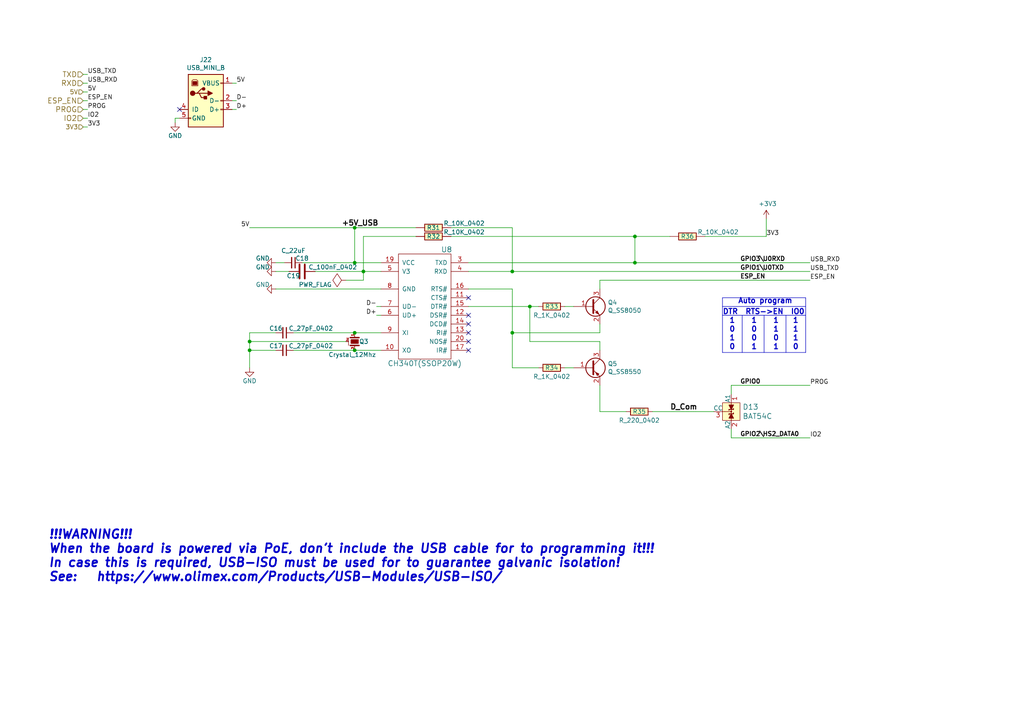
<source format=kicad_sch>
(kicad_sch (version 20230121) (generator eeschema)
  (paper "A4")
  (lib_symbols
    (symbol "ESP32-PoE_Rev_E:+3.3V" (power) (pin_names (offset 0))
      (property "Value" "+3.3V" (at 0 3.556 0))
      (symbol "+3.3V_0_1"
        (polyline (pts (xy -0.762 1.27) (xy 0 2.54)))
        (polyline (pts (xy 0 0) (xy 0 2.54)))
        (polyline (pts (xy 0 2.54) (xy 0.762 1.27)))
      )
      (symbol "+3.3V_1_1"
        (pin power_in line (at 0 0 90) (length 0) hide (name "+3V3") (number "1"))
      )
    )
    (symbol "ESP32-PoE_Rev_E:PWR_FLAG" (power) (pin_numbers hide) (pin_names (offset 0) hide)
      (property "Value" "PWR_FLAG" (at 0 4.572 0))
      (symbol "PWR_FLAG_0_0"
        (pin power_out line (at 0 0 90) (length 0) (name "pwr") (number "1"))
      )
      (symbol "PWR_FLAG_0_1"
        (polyline (pts (xy 0 0) (xy 0 1.27) (xy -1.905 2.54) (xy 0 3.81) (xy 1.905 2.54) (xy 0 1.27)))
      )
    )
    (symbol "Open_Automation:BAT54C" (pin_names (offset 0))
      (property "Reference" "D" (at 0 6.35 0))
      (property "Value" "BAT54C" (at 0 3.81 0))
      (symbol "BAT54C_0_1"
        (polyline (pts (xy -2.54 0) (xy 2.54 0)))
        (polyline (pts (xy -0.889 0.635) (xy -0.635 0.635)) (stroke (width 0.254)))
        (polyline (pts (xy -0.635 -0.635) (xy -0.381 -0.635)) (stroke (width 0.254)))
        (polyline (pts (xy -0.635 0.635) (xy -0.635 -0.635)) (stroke (width 0.254)))
        (polyline (pts (xy 0 -1.905) (xy 0 -2.54)))
        (polyline (pts (xy 0 0) (xy 0 -1.905)))
        (polyline (pts (xy 0.381 0.635) (xy 0.635 0.635)) (stroke (width 0.254)))
        (polyline (pts (xy 0.635 -0.635) (xy 0.889 -0.635)) (stroke (width 0.254)))
        (polyline (pts (xy 0.635 0.635) (xy 0.635 -0.635)) (stroke (width 0.254)))
        (polyline (pts (xy -1.905 0.635) (xy -1.905 -0.635) (xy -0.635 0) (xy -1.905 0.635)) (stroke (width 0.254)) (fill (type outline)))
        (polyline (pts (xy 1.905 0.635) (xy 1.905 -0.635) (xy 0.635 0) (xy 1.905 0.635)) (stroke (width 0.254)) (fill (type outline)))
        (polyline (pts (xy -2.54 2.54) (xy 2.54 2.54) (xy 2.54 -2.54) (xy -2.54 -2.54) (xy -2.54 2.54)) (fill (type background)))
        (circle (center 0 0) (radius 0.127) (stroke (width 0.254)))
      )
      (symbol "BAT54C_1_1"
        (pin passive line (at -5.08 0 0) (length 2.54) (name "A1") (number "1"))
        (pin passive line (at 5.08 0 180) (length 2.54) (name "A2") (number "2"))
        (pin passive line (at 0 -5.08 90) (length 2.54) (name "CC") (number "3"))
      )
    )
    (symbol "Open_Automation:CH340T(SSOP20W)" (pin_names (offset 1.016))
      (property "Reference" "U10" (at 6.35 16.51 0))
      (property "Value" "CH340T(SSOP20W)" (at 0 -16.51 0))
      (symbol "CH340T(SSOP20W)_0_1"
        (rectangle (start -7.62 15.24) (end 7.62 -15.24))
      )
      (symbol "CH340T(SSOP20W)_1_1"
        (pin no_connect line (at -2.54 25.4 0) (length 3.81) hide (name "") (number "1"))
        (pin output line (at -12.7 -12.7 0) (length 5.08) (name "XO") (number "10"))
        (pin input line (at 12.7 2.54 180) (length 5.08) (name "CTS#") (number "11"))
        (pin input line (at 12.7 -2.54 180) (length 5.08) (name "DSR#") (number "12"))
        (pin input line (at 12.7 -7.62 180) (length 5.08) (name "RI#") (number "13"))
        (pin input line (at 12.7 -5.08 180) (length 5.08) (name "DCD#") (number "14"))
        (pin output line (at 12.7 0 180) (length 5.08) (name "DTR#") (number "15"))
        (pin output line (at 12.7 5.08 180) (length 5.08) (name "RTS#") (number "16"))
        (pin input line (at 12.7 -12.7 180) (length 5.08) (name "IR#") (number "17"))
        (pin no_connect line (at -2.54 20.32 0) (length 3.81) hide (name "") (number "18"))
        (pin power_in line (at -12.7 12.7 0) (length 5.08) (name "VCC") (number "19"))
        (pin no_connect line (at -2.54 22.86 0) (length 3.81) hide (name "") (number "2"))
        (pin input line (at 12.7 -10.16 180) (length 5.08) (name "NOS#") (number "20"))
        (pin output line (at 12.7 12.7 180) (length 5.08) (name "TXD") (number "3"))
        (pin input line (at 12.7 10.16 180) (length 5.08) (name "RXD") (number "4"))
        (pin power_in line (at -12.7 10.16 0) (length 5.08) (name "V3") (number "5"))
        (pin bidirectional line (at -12.7 -2.54 0) (length 5.08) (name "UD+") (number "6"))
        (pin bidirectional line (at -12.7 0 0) (length 5.08) (name "UD-") (number "7"))
        (pin power_in line (at -12.7 5.08 0) (length 5.08) (name "GND") (number "8"))
        (pin input line (at -12.7 -7.62 0) (length 5.08) (name "XI") (number "9"))
      )
    )
    (symbol "Open_Automation:C_100nF_0402" (pin_numbers hide) (pin_names (offset 0.254))
      (property "Reference" "C" (at 0.635 2.54 0))
      (property "Value" "C_100nF_0402" (at -5.715 -2.54 0))
      (symbol "C_100nF_0402_0_1"
        (polyline (pts (xy -2.032 -0.762) (xy 2.032 -0.762)) (stroke (width 0.508)))
        (polyline (pts (xy -2.032 0.762) (xy 2.032 0.762)) (stroke (width 0.508)))
      )
      (symbol "C_100nF_0402_1_1"
        (pin passive line (at 0 3.81 270) (length 2.794) (name "~") (number "1"))
        (pin passive line (at 0 -3.81 90) (length 2.794) (name "~") (number "2"))
      )
    )
    (symbol "Open_Automation:C_22uF" (pin_numbers hide) (pin_names (offset 0.254) hide)
      (property "Reference" "C" (at 0.254 1.778 0))
      (property "Value" "C_22uF" (at 0.254 -2.032 0))
      (symbol "C_22uF_0_1"
        (polyline (pts (xy -1.524 -0.508) (xy 1.524 -0.508)) (stroke (width 0.3302)))
        (polyline (pts (xy -1.524 0.508) (xy 1.524 0.508)) (stroke (width 0.3048)))
      )
      (symbol "C_22uF_1_1"
        (pin passive line (at 0 2.54 270) (length 1.905) (name "~") (number "1"))
        (pin passive line (at 0 -2.54 90) (length 2.032) (name "~") (number "2"))
      )
    )
    (symbol "Open_Automation:C_27pF_0402" (pin_numbers hide) (pin_names (offset 0.254) hide)
      (property "Reference" "C" (at 0.254 1.778 0))
      (property "Value" "C_27pF_0402" (at 0.254 -2.032 0))
      (symbol "C_27pF_0402_0_1"
        (polyline (pts (xy -1.524 -0.508) (xy 1.524 -0.508)) (stroke (width 0.3302)))
        (polyline (pts (xy -1.524 0.508) (xy 1.524 0.508)) (stroke (width 0.3048)))
      )
      (symbol "C_27pF_0402_1_1"
        (pin passive line (at 0 2.54 270) (length 1.905) (name "~") (number "1"))
        (pin passive line (at 0 -2.54 90) (length 2.032) (name "~") (number "2"))
      )
    )
    (symbol "Open_Automation:Crystal_12Mhz" (pin_names (offset 1.016) hide)
      (property "Reference" "Q" (at 0 2.286 0))
      (property "Value" "Crystal_12Mhz" (at 7.62 -3.81 0))
      (symbol "Crystal_12Mhz_0_1"
        (polyline (pts (xy -1.143 -1.778) (xy 1.143 -1.778)))
        (polyline (pts (xy -1.143 1.27) (xy -1.143 -1.27)) (stroke (width 0.4064)))
        (polyline (pts (xy 1.143 1.27) (xy 1.143 -1.27)) (stroke (width 0.4064)))
        (polyline (pts (xy -0.508 1.016) (xy 0.508 1.016) (xy 0.508 -1.016) (xy -0.508 -1.016) (xy -0.508 1.016)) (stroke (width 0.3048)) (fill (type outline)))
      )
      (symbol "Crystal_12Mhz_1_1"
        (pin passive line (at -2.54 0 0) (length 1.27) (name "1") (number "1"))
        (pin passive line (at 0 -2.54 90) (length 0.762) (name "case") (number "2"))
        (pin passive line (at 2.54 0 180) (length 1.27) (name "3") (number "3"))
        (pin passive line (at 0 -2.54 90) (length 0.762) hide (name "case") (number "4"))
      )
    )
    (symbol "Open_Automation:Q_SS8050" (pin_names (offset 0) hide)
      (property "Reference" "Q" (at 7.62 1.27 0))
      (property "Value" "Q_SS8050" (at 15.24 -1.27 0))
      (symbol "Q_SS8050_0_1"
        (polyline (pts (xy 0.635 0.635) (xy 2.54 2.54)))
        (polyline (pts (xy 0.635 -0.635) (xy 2.54 -2.54) (xy 2.54 -2.54)))
        (polyline (pts (xy 0.635 1.905) (xy 0.635 -1.905) (xy 0.635 -1.905)) (stroke (width 0.508)))
        (polyline (pts (xy 1.27 -1.778) (xy 1.778 -1.27) (xy 2.286 -2.286) (xy 1.27 -1.778) (xy 1.27 -1.778)) (fill (type outline)))
        (circle (center 1.27 0) (radius 2.8194) (stroke (width 0.254)))
      )
      (symbol "Q_SS8050_1_1"
        (pin passive line (at -5.08 0 0) (length 5.715) (name "B") (number "1"))
        (pin passive line (at 2.54 -5.08 90) (length 2.54) (name "E") (number "2"))
        (pin passive line (at 2.54 5.08 270) (length 2.54) (name "C") (number "3"))
      )
    )
    (symbol "Open_Automation:Q_SS8550" (pin_names (offset 0) hide)
      (property "Reference" "Q" (at 5.08 1.905 0))
      (property "Value" "Q_SS8550" (at 5.08 0 0))
      (symbol "Q_SS8550_0_1"
        (polyline (pts (xy 0 0) (xy 0.635 0)))
        (polyline (pts (xy 0.635 0.635) (xy 2.54 2.54)))
        (polyline (pts (xy 2.54 -2.54) (xy 0.635 -0.635)))
        (polyline (pts (xy 0.635 1.905) (xy 0.635 0) (xy 0.635 -1.905) (xy 0.635 -1.905)) (stroke (width 0.508)))
        (polyline (pts (xy 1.27 -1.27) (xy 1.778 -2.286) (xy 2.286 -1.778) (xy 1.27 -1.27) (xy 1.27 -1.27)) (fill (type outline)))
        (circle (center 1.27 0) (radius 2.8194) (stroke (width 0.254)))
      )
      (symbol "Q_SS8550_1_1"
        (pin input line (at -5.08 0 0) (length 5.08) (name "B") (number "1"))
        (pin passive line (at 2.54 -5.08 90) (length 2.54) (name "E") (number "2"))
        (pin passive line (at 2.54 5.08 270) (length 2.54) (name "C") (number "3"))
      )
    )
    (symbol "Open_Automation:R_10K_0402" (pin_numbers hide) (pin_names (offset 0))
      (property "Reference" "R" (at 0 0 90))
      (property "Value" "R_10K_0402" (at -1.905 0 90))
      (symbol "R_10K_0402_0_1"
        (rectangle (start -1.016 -2.54) (end 1.016 2.54) (stroke (width 0.254)) (fill (type background)))
      )
      (symbol "R_10K_0402_1_1"
        (pin passive line (at 0 -5.08 90) (length 2.54) (name "~") (number "1"))
        (pin passive line (at 0 5.08 270) (length 2.54) (name "~") (number "2"))
      )
    )
    (symbol "Open_Automation:R_1K_0402" (pin_numbers hide) (pin_names (offset 0))
      (property "Reference" "R" (at 0 0 90))
      (property "Value" "R_1K_0402" (at -1.905 0 90))
      (symbol "R_1K_0402_0_1"
        (rectangle (start -1.016 -2.54) (end 1.016 2.54) (stroke (width 0.254)) (fill (type background)))
      )
      (symbol "R_1K_0402_1_1"
        (pin passive line (at 0 3.81 270) (length 1.27) (name "~") (number "1"))
        (pin passive line (at 0 -3.81 90) (length 1.27) (name "~") (number "2"))
      )
    )
    (symbol "Open_Automation:R_220_0402" (pin_numbers hide) (pin_names (offset 0))
      (property "Reference" "R" (at 0 0 90))
      (property "Value" "R_220_0402" (at -1.905 0 90))
      (symbol "R_220_0402_0_1"
        (rectangle (start -1.016 -2.54) (end 1.016 2.54) (stroke (width 0.254)) (fill (type background)))
      )
      (symbol "R_220_0402_1_1"
        (pin passive line (at 0 3.81 270) (length 1.27) (name "~") (number "1"))
        (pin passive line (at 0 -3.81 90) (length 1.27) (name "~") (number "2"))
      )
    )
    (symbol "Open_Automation:USB_MINI_B" (pin_names (offset 1.016))
      (property "Reference" "J" (at 2.54 8.89 0))
      (property "Value" "USB_MINI_B" (at -5.08 -8.89 0))
      (symbol "USB_MINI_B_0_1"
        (rectangle (start -5.08 -7.62) (end 5.08 7.62) (stroke (width 0.254)) (fill (type background)))
        (rectangle (start -5.08 -4.953) (end -4.318 -5.207))
        (circle (center -3.81 2.159) (radius 0.635) (stroke (width 0.254)) (fill (type outline)))
        (rectangle (start -3.81 5.588) (end -2.54 4.572) (fill (type outline)))
        (circle (center -0.635 3.429) (radius 0.381) (stroke (width 0.254)) (fill (type outline)))
        (polyline (pts (xy -1.905 2.159) (xy 0.635 2.159)) (stroke (width 0.254)))
        (polyline (pts (xy -3.175 2.159) (xy -2.54 2.159) (xy -1.27 3.429) (xy -0.635 3.429)) (stroke (width 0.254)))
        (polyline (pts (xy -2.54 2.159) (xy -1.905 2.159) (xy -1.27 0.889) (xy 0 0.889)) (stroke (width 0.254)))
        (polyline (pts (xy 0.635 2.794) (xy 0.635 1.524) (xy 1.905 2.159) (xy 0.635 2.794)) (stroke (width 0.254)) (fill (type outline)))
        (polyline (pts (xy -4.064 4.318) (xy -2.286 4.318) (xy -2.286 5.715) (xy -2.667 6.096) (xy -3.683 6.096) (xy -4.064 5.715) (xy -4.064 4.318)))
        (rectangle (start 0.254 1.27) (end -0.508 0.508) (stroke (width 0.254)) (fill (type outline)))
        (rectangle (start 5.08 -2.667) (end 4.318 -2.413))
        (rectangle (start 5.08 -0.127) (end 4.318 0.127))
        (rectangle (start 5.08 4.953) (end 4.318 5.207))
      )
      (symbol "USB_MINI_B_1_1"
        (pin power_out line (at 7.62 5.08 180) (length 2.54) (name "VBUS") (number "1"))
        (pin passive line (at 7.62 0 180) (length 2.54) (name "D-") (number "2"))
        (pin passive line (at 7.62 -2.54 180) (length 2.54) (name "D+") (number "3"))
        (pin passive line (at -7.62 -2.54 0) (length 2.54) (name "ID") (number "4"))
        (pin power_out line (at -7.62 -5.08 0) (length 2.54) (name "GND") (number "5"))
      )
    )
    (symbol "R_1K_0402_1" (pin_numbers hide) (pin_names (offset 0))
      (property "Reference" "R" (at 0 0 90))
      (property "Value" "R_1K_0402_1" (at -1.905 0 90))
      (symbol "R_1K_0402_1_0_1"
        (rectangle (start -1.016 -2.54) (end 1.016 2.54) (stroke (width 0.254)) (fill (type background)))
      )
      (symbol "R_1K_0402_1_1_1"
        (pin passive line (at 0 3.81 270) (length 1.27) (name "~") (number "1"))
        (pin passive line (at 0 -3.81 90) (length 1.27) (name "~") (number "2"))
      )
    )
    (symbol "power:GND" (power) (pin_names (offset 0))
      (property "Value" "GND" (at 0 -3.81 0))
      (symbol "GND_0_1"
        (polyline (pts (xy 0 0) (xy 0 -1.27) (xy 1.27 -1.27) (xy 0 -2.54) (xy -1.27 -1.27) (xy 0 -1.27)))
      )
      (symbol "GND_1_1"
        (pin power_in line (at 0 0 270) (length 0) hide (name "GND") (number "1"))
      )
    )
  )
  (junction (at 102.87 96.52))
  (junction (at 148.59 78.74))
  (junction (at 72.39 101.6))
  (junction (at 102.87 76.2))
  (junction (at 105.41 78.74))
  (junction (at 184.15 76.2))
  (junction (at 102.87 66.04))
  (junction (at 148.59 96.52))
  (junction (at 153.67 88.9))
  (junction (at 184.15 68.58))
  (junction (at 102.87 101.6))
  (junction (at 72.39 99.06))
  (no_connect (at 135.89 91.44))
  (no_connect (at 52.07 31.75))
  (no_connect (at 135.89 86.36))
  (no_connect (at 135.89 93.98))
  (no_connect (at 135.89 99.06))
  (no_connect (at 135.89 101.6))
  (no_connect (at 135.89 96.52))
  (wire (pts (xy 153.67 88.9) (xy 156.21 88.9)))
  (wire (pts (xy 148.59 66.04) (xy 148.59 78.74)))
  (wire (pts (xy 85.09 101.6) (xy 102.87 101.6)))
  (polyline (pts (xy 233.68 102.235) (xy 209.55 102.235)))
  (wire (pts (xy 102.87 96.52) (xy 110.49 96.52)))
  (wire (pts (xy 153.67 99.06) (xy 153.67 88.9)))
  (wire (pts (xy 173.99 99.06) (xy 153.67 99.06)))
  (wire (pts (xy 102.87 101.6) (xy 110.49 101.6)))
  (wire (pts (xy 25.4 34.29) (xy 24.13 34.29)))
  (wire (pts (xy 212.09 111.76) (xy 212.09 114.3)))
  (wire (pts (xy 120.65 66.04) (xy 102.87 66.04)))
  (wire (pts (xy 68.58 29.21) (xy 67.31 29.21)))
  (wire (pts (xy 24.13 36.83) (xy 25.4 36.83)))
  (wire (pts (xy 130.81 66.04) (xy 148.59 66.04)))
  (wire (pts (xy 102.87 66.04) (xy 102.87 76.2)))
  (wire (pts (xy 80.01 78.74) (xy 83.82 78.74)))
  (wire (pts (xy 25.4 21.59) (xy 24.13 21.59)))
  (wire (pts (xy 50.8 35.56) (xy 50.8 34.29)))
  (wire (pts (xy 135.89 83.82) (xy 148.59 83.82)))
  (wire (pts (xy 72.39 96.52) (xy 72.39 99.06)))
  (wire (pts (xy 212.09 111.76) (xy 234.95 111.76)))
  (wire (pts (xy 148.59 106.68) (xy 156.21 106.68)))
  (wire (pts (xy 109.22 88.9) (xy 110.49 88.9)))
  (wire (pts (xy 72.39 66.04) (xy 102.87 66.04)))
  (wire (pts (xy 148.59 96.52) (xy 148.59 106.68)))
  (wire (pts (xy 120.65 68.58) (xy 105.41 68.58)))
  (wire (pts (xy 194.31 68.58) (xy 184.15 68.58)))
  (wire (pts (xy 50.8 34.29) (xy 52.07 34.29)))
  (wire (pts (xy 148.59 83.82) (xy 148.59 96.52)))
  (wire (pts (xy 68.58 24.13) (xy 67.31 24.13)))
  (polyline (pts (xy 221.615 91.44) (xy 221.615 102.235)))
  (polyline (pts (xy 233.68 86.36) (xy 233.68 102.235)))
  (wire (pts (xy 109.22 91.44) (xy 110.49 91.44)))
  (wire (pts (xy 173.99 111.76) (xy 173.99 119.38)))
  (wire (pts (xy 80.01 83.82) (xy 110.49 83.82)))
  (wire (pts (xy 82.55 76.2) (xy 80.01 76.2)))
  (polyline (pts (xy 209.55 91.44) (xy 233.68 91.44)))
  (wire (pts (xy 100.33 99.06) (xy 72.39 99.06)))
  (wire (pts (xy 212.09 127) (xy 234.95 127)))
  (wire (pts (xy 173.99 93.98) (xy 173.99 96.52)))
  (polyline (pts (xy 209.55 88.9) (xy 233.68 88.9)))
  (wire (pts (xy 72.39 99.06) (xy 72.39 101.6)))
  (wire (pts (xy 105.41 81.28) (xy 105.41 78.74)))
  (polyline (pts (xy 215.265 91.44) (xy 215.265 102.235)))
  (wire (pts (xy 222.25 63.5) (xy 222.25 68.58)))
  (wire (pts (xy 105.41 68.58) (xy 105.41 78.74)))
  (wire (pts (xy 25.4 29.21) (xy 24.13 29.21)))
  (wire (pts (xy 25.4 31.75) (xy 24.13 31.75)))
  (wire (pts (xy 148.59 78.74) (xy 234.95 78.74)))
  (polyline (pts (xy 227.965 91.44) (xy 227.965 102.235)))
  (wire (pts (xy 212.09 124.46) (xy 212.09 127)))
  (wire (pts (xy 189.23 119.38) (xy 207.01 119.38)))
  (wire (pts (xy 87.63 76.2) (xy 102.87 76.2)))
  (wire (pts (xy 181.61 119.38) (xy 173.99 119.38)))
  (wire (pts (xy 105.41 78.74) (xy 110.49 78.74)))
  (wire (pts (xy 100.33 81.28) (xy 105.41 81.28)))
  (wire (pts (xy 135.89 76.2) (xy 184.15 76.2)))
  (wire (pts (xy 68.58 31.75) (xy 67.31 31.75)))
  (wire (pts (xy 91.44 78.74) (xy 105.41 78.74)))
  (wire (pts (xy 204.47 68.58) (xy 222.25 68.58)))
  (wire (pts (xy 163.83 88.9) (xy 166.37 88.9)))
  (wire (pts (xy 135.89 88.9) (xy 153.67 88.9)))
  (wire (pts (xy 24.13 26.67) (xy 25.4 26.67)))
  (wire (pts (xy 173.99 81.28) (xy 234.95 81.28)))
  (polyline (pts (xy 233.68 86.36) (xy 209.55 86.36)))
  (wire (pts (xy 72.39 101.6) (xy 72.39 106.68)))
  (wire (pts (xy 80.01 101.6) (xy 72.39 101.6)))
  (wire (pts (xy 102.87 76.2) (xy 110.49 76.2)))
  (wire (pts (xy 173.99 101.6) (xy 173.99 99.06)))
  (wire (pts (xy 135.89 78.74) (xy 148.59 78.74)))
  (wire (pts (xy 173.99 96.52) (xy 148.59 96.52)))
  (wire (pts (xy 163.83 106.68) (xy 166.37 106.68)))
  (wire (pts (xy 24.13 24.13) (xy 25.4 24.13)))
  (wire (pts (xy 85.09 96.52) (xy 102.87 96.52)))
  (wire (pts (xy 184.15 68.58) (xy 184.15 76.2)))
  (wire (pts (xy 173.99 83.82) (xy 173.99 81.28)))
  (wire (pts (xy 184.15 76.2) (xy 234.95 76.2)))
  (wire (pts (xy 130.81 68.58) (xy 184.15 68.58)))
  (wire (pts (xy 80.01 96.52) (xy 72.39 96.52)))
  (polyline (pts (xy 209.55 86.36) (xy 209.55 102.235)))
  (text "1" (at 217.805 93.98 0) (effects (font (size 1.524 1.524) (thickness 0.3048) bold) (justify left bottom)))
  (text "0" (at 224.155 99.06 0) (effects (font (size 1.524 1.524) (thickness 0.3048) bold) (justify left bottom)))
  (text "1" (at 224.155 101.6 0) (effects (font (size 1.524 1.524) (thickness 0.3048) bold) (justify left bottom)))
  (text "1" (at 224.155 96.52 0) (effects (font (size 1.524 1.524) (thickness 0.3048) bold) (justify left bottom)))
  (text "0" (at 217.805 96.52 0) (effects (font (size 1.524 1.524) (thickness 0.3048) bold) (justify left bottom)))
  (text "!!!WARNING!!!\nWhen the board is powered via PoE, don't include the USB cable for to programming it!!!\nIn case this is required, USB-ISO must be used for to guarantee galvanic isolation!\nSee:   https://www.olimex.com/Products/USB-Modules/USB-ISO/" (at 13.97 168.91 0) (effects (font (size 2.54 2.54) (thickness 0.508) bold italic) (justify left bottom)))
  (text "1" (at 224.155 93.98 0) (effects (font (size 1.524 1.524) (thickness 0.3048) bold) (justify left bottom)))
  (text "1" (at 211.455 99.06 0) (effects (font (size 1.524 1.524) (thickness 0.3048) bold) (justify left bottom)))
  (text "Auto program\n" (at 213.995 88.265 0) (effects (font (size 1.524 1.524) (thickness 0.3048) bold) (justify left bottom)))
  (text "1" (at 229.87 99.06 0) (effects (font (size 1.524 1.524) (thickness 0.3048) bold) (justify left bottom)))
  (text "0" (at 211.455 96.52 0) (effects (font (size 1.524 1.524) (thickness 0.3048) bold) (justify left bottom)))
  (text "1" (at 211.455 93.98 0) (effects (font (size 1.524 1.524) (thickness 0.3048) bold) (justify left bottom)))
  (text "1" (at 217.805 101.6 0) (effects (font (size 1.524 1.524) (thickness 0.3048) bold) (justify left bottom)))
  (text "0" (at 229.87 101.6 0) (effects (font (size 1.524 1.524) (thickness 0.3048) bold) (justify left bottom)))
  (text "0" (at 211.455 101.6 0) (effects (font (size 1.524 1.524) (thickness 0.3048) bold) (justify left bottom)))
  (text "1" (at 229.87 96.52 0) (effects (font (size 1.524 1.524) (thickness 0.3048) bold) (justify left bottom)))
  (text "1" (at 229.87 93.98 0) (effects (font (size 1.524 1.524) (thickness 0.3048) bold) (justify left bottom)))
  (text "0" (at 217.805 99.06 0) (effects (font (size 1.524 1.524) (thickness 0.3048) bold) (justify left bottom)))
  (text "DTR  RTS->EN  IO0" (at 209.55 91.44 0) (effects (font (size 1.524 1.524) (thickness 0.3048) bold) (justify left bottom)))
  (label "D-" (at 68.58 29.21 0))
  (label "GPIO1\\U0TXD" (at 214.63 78.74 0) (effects (font (thickness 0.254) bold)))
  (label "USB_RXD" (at 25.4 24.13 0))
  (label "GPIO0" (at 214.63 111.76 0) (effects (font (thickness 0.254) bold)))
  (label "PROG" (at 25.4 31.75 0))
  (label "5V" (at 72.39 66.04 180))
  (label "3V3" (at 222.25 68.58 0))
  (label "D+" (at 68.58 31.75 0))
  (label "PROG" (at 234.95 111.76 0))
  (label "ESP_EN" (at 214.63 81.28 0) (effects (font (thickness 0.254) bold)))
  (label "+5V_USB" (at 99.06 66.04 0) (effects (font (size 1.524 1.524) (thickness 0.3048) bold)))
  (label "USB_TXD" (at 25.4 21.59 0))
  (label "D+" (at 109.22 91.44 180))
  (label "ESP_EN" (at 25.4 29.21 0))
  (label "USB_RXD" (at 234.95 76.2 0))
  (label "GPIO3\\U0RXD" (at 214.63 76.2 0) (effects (font (thickness 0.254) bold)))
  (label "5V" (at 25.4 26.67 0))
  (label "ESP_EN" (at 234.95 81.28 0))
  (label "GPIO2\\HS2_DATA0" (at 214.63 127 0) (effects (font (thickness 0.254) bold)))
  (label "3V3" (at 25.4 36.83 0))
  (label "IO2" (at 25.4 34.29 0))
  (label "D-" (at 109.22 88.9 180))
  (label "5V" (at 68.58 24.13 0))
  (label "D_Com" (at 194.31 119.38 0) (effects (font (size 1.524 1.524) (thickness 0.3048) bold)))
  (label "USB_TXD" (at 234.95 78.74 0))
  (label "IO2" (at 234.95 127 0))
  (hierarchical_label "ESP_EN" (shape input) (at 24.13 29.21 180) (effects (font (size 1.524 1.524))))
  (hierarchical_label "IO2" (shape input) (at 24.13 34.29 180) (effects (font (size 1.524 1.524))))
  (hierarchical_label "5V" (shape input) (at 24.13 26.67 180))
  (hierarchical_label "PROG" (shape input) (at 24.13 31.75 180) (effects (font (size 1.524 1.524))))
  (hierarchical_label "3V3" (shape input) (at 24.13 36.83 180))
  (hierarchical_label "RXD" (shape input) (at 24.13 24.13 180) (effects (font (size 1.524 1.524))))
  (hierarchical_label "TXD" (shape input) (at 24.13 21.59 180) (effects (font (size 1.524 1.524))))
  (symbol (lib_id "ESP32-PoE_Rev_E:PWR_FLAG") (at 100.33 81.28 90) (unit 1)
    (property "Reference" "#FLG01" (effects hide))
    (property "Value" "PWR_FLAG" (at 91.44 82.55 90))
  )
  (symbol (lib_id "ESP32-PoE_Rev_E:+3.3V") (at 222.25 63.5 0) (unit 1)
    (property "Reference" "#PWR060" (effects hide))
    (property "Value" "+3.3V" (at 222.631 59.1058 0))
  )
  (symbol (lib_id "Open_Automation:USB_MINI_B") (at 59.69 29.21 0) (unit 1)
    (property "Reference" "J22" (at 59.69 17.3482 0))
    (property "Value" "USB_MINI_B" (at 59.69 19.6596 0))
    (property "Footprint" "Open_Automation:USB-mini-B-0548190519" (effects hide))
    (property "Datasheet" "https://www.molex.com/pdm_docs/sd/548190519_sd.pdf" (effects hide))
    (property "Website" "https://www.digikey.com/product-detail/en/molex/0548190519/WM17115-ND/773802" (effects hide))
    (property "Part Number" "0548190519" (effects hide))
  )
  (symbol (lib_id "power:GND") (at 72.39 106.68 0) (unit 1)
    (property "Reference" "#PWR056" (effects hide))
    (property "Value" "GND" (at 72.39 110.49 0))
  )
  (symbol (lib_id "power:GND") (at 50.8 35.56 0) (unit 1)
    (property "Reference" "#PWR055" (effects hide))
    (property "Value" "GND" (at 50.8 39.37 0))
  )
  (symbol (lib_id "power:GND") (at 80.01 76.2 270) (unit 1)
    (property "Reference" "#PWR057" (effects hide))
    (property "Value" "GND" (at 76.2 74.93 90))
  )
  (symbol (lib_id "power:GND") (at 80.01 78.74 270) (unit 1)
    (property "Reference" "#PWR058" (effects hide))
    (property "Value" "GND" (at 76.2 77.47 90))
  )
  (symbol (lib_id "power:GND") (at 80.01 83.82 270) (unit 1)
    (property "Reference" "#PWR059" (effects hide))
    (property "Value" "GND" (at 76.2 82.55 90))
  )
  (symbol (lib_id "Open_Automation:C_22uF") (at 85.09 76.2 270) (unit 1)
    (property "Reference" "C18" (at 87.63 74.93 90))
    (property "Value" "C_22uF" (at 85.09 72.6948 90))
    (property "Footprint" "Capacitor_SMD:C_0603_1608Metric_Pad1.08x0.95mm_HandSolder" (effects hide))
    (property "Datasheet" "https://datasheet.lcsc.com/szlcsc/Samsung-Electro-Mechanics-CL10A226MQ8NRNC_C59461.pdf" (effects hide))
    (property "Part Number" "CL10A226MQ8NRNC" (effects hide))
    (property "LCSC" "C59461" (effects hide))
  )
  (symbol (lib_id "Open_Automation:C_100nF_0402") (at 87.63 78.74 270) (unit 1)
    (property "Reference" "C19" (at 85.09 80.01 90))
    (property "Value" "C_100nF_0402" (at 96.52 77.47 90))
    (property "Footprint" "Capacitor_SMD:C_0402_1005Metric_Pad0.74x0.62mm_HandSolder" (effects hide))
    (property "Datasheet" "https://datasheet.lcsc.com/szlcsc/Samsung-Electro-Mechanics-CL05B104KO5NNNC_C1525.pdf" (effects hide))
    (property "LCSC" "C1525" (effects hide))
    (property "Part Number" "CL05B104KO5NNNC" (effects hide))
  )
  (symbol (lib_id "Open_Automation:R_10K_0402") (at 125.73 66.04 270) (unit 1)
    (property "Reference" "R31" (at 125.73 66.04 90))
    (property "Value" "R_10K_0402" (at 134.62 64.77 90))
    (property "Footprint" "Resistor_SMD:R_0402_1005Metric_Pad0.72x0.64mm_HandSolder" (effects hide))
    (property "Datasheet" "https://datasheet.lcsc.com/szlcsc/Uniroyal-Elec-0402WGF1002TCE_C25744.pdf" (effects hide))
    (property "Part Number" "0402WGF1002TCE" (effects hide))
    (property "LCSC" "C25744" (effects hide))
  )
  (symbol (lib_id "Open_Automation:R_10K_0402") (at 125.73 68.58 270) (unit 1)
    (property "Reference" "R32" (at 125.73 68.58 90))
    (property "Value" "R_10K_0402" (at 134.62 67.31 90))
    (property "Footprint" "Resistor_SMD:R_0402_1005Metric_Pad0.72x0.64mm_HandSolder" (effects hide))
    (property "Datasheet" "https://datasheet.lcsc.com/szlcsc/Uniroyal-Elec-0402WGF1002TCE_C25744.pdf" (effects hide))
    (property "Part Number" "0402WGF1002TCE" (effects hide))
    (property "LCSC" "C25744" (effects hide))
  )
  (symbol (lib_id "Open_Automation:C_27pF_0402") (at 82.55 96.52 270) (unit 1)
    (property "Reference" "C16" (at 80.01 95.25 90))
    (property "Value" "C_27pF_0402" (at 90.17 95.25 90))
    (property "Footprint" "Capacitor_SMD:C_0402_1005Metric_Pad0.74x0.62mm_HandSolder" (effects hide))
    (property "Datasheet" "https://datasheet.lcsc.com/szlcsc/Guangdong-Fenghua-Advanced-Tech-0402CG270J500NTN_C1557.pdf" (effects hide))
    (property "Part Number" "0402CG270J500NTN" (effects hide))
    (property "LCSC" "C1557" (effects hide))
  )
  (symbol (lib_id "Open_Automation:C_27pF_0402") (at 82.55 101.6 270) (unit 1)
    (property "Reference" "C17" (at 80.01 100.33 90))
    (property "Value" "C_27pF_0402" (at 90.17 100.33 90))
    (property "Footprint" "Capacitor_SMD:C_0402_1005Metric_Pad0.74x0.62mm_HandSolder" (effects hide))
    (property "Datasheet" "https://datasheet.lcsc.com/szlcsc/Guangdong-Fenghua-Advanced-Tech-0402CG270J500NTN_C1557.pdf" (effects hide))
    (property "Part Number" "0402CG270J500NTN" (effects hide))
    (property "LCSC" "C1557" (effects hide))
  )
  (symbol (lib_id "Open_Automation:Crystal_12Mhz") (at 102.87 99.06 270) (unit 1)
    (property "Reference" "Q3" (at 104.14 99.06 90) (effects (justify left)))
    (property "Value" "Crystal_12Mhz" (at 95.25 102.87 90) (effects (justify left)))
    (property "Footprint" "Crystal:Crystal_SMD_3225-4Pin_3.2x2.5mm_HandSoldering" (effects hide))
    (property "Datasheet" "https://datasheet.lcsc.com/szlcsc/Yangxing-Tech-X322512MSB4SI_C9002.pdf" (effects hide))
    (property "Part Number" "X322512MSB4SI" (effects hide))
    (property "LCSC" "C9002" (effects hide))
  )
  (symbol (lib_id "Open_Automation:R_10K_0402") (at 199.39 68.58 270) (unit 1)
    (property "Reference" "R36" (at 199.39 68.58 90))
    (property "Value" "R_10K_0402" (at 208.28 67.31 90))
    (property "Footprint" "Resistor_SMD:R_0402_1005Metric_Pad0.72x0.64mm_HandSolder" (effects hide))
    (property "Datasheet" "https://datasheet.lcsc.com/szlcsc/Uniroyal-Elec-0402WGF1002TCE_C25744.pdf" (effects hide))
    (property "Part Number" "0402WGF1002TCE" (effects hide))
    (property "LCSC" "C25744" (effects hide))
  )
  (symbol (lib_id "Open_Automation:R_1K_0402") (at 160.02 106.68 270) (unit 1)
    (property "Reference" "R34" (at 160.02 106.68 90))
    (property "Value" "R_1K_0402" (at 160.02 109.22 90))
    (property "Footprint" "Resistor_SMD:R_0402_1005Metric_Pad0.72x0.64mm_HandSolder" (effects hide))
    (property "Datasheet" "https://www.digikey.com/product-detail/en/panasonic-electronic-components/ERJ-3GEYJ102V/P1.0KGDKR-ND/577615" (effects hide))
    (property "Part Number" "0402WGF1001TCE" (effects hide))
    (property "LCSC" "C11702" (effects hide))
  )
  (symbol (lib_name "R_1K_0402_1") (lib_id "Open_Automation:R_1K_0402") (at 160.02 88.9 270) (unit 1)
    (property "Reference" "R33" (at 160.02 88.9 90))
    (property "Value" "R_1K_0402" (at 160.02 91.44 90))
    (property "Footprint" "Resistor_SMD:R_0402_1005Metric_Pad0.72x0.64mm_HandSolder" (effects hide))
    (property "Datasheet" "https://www.digikey.com/product-detail/en/panasonic-electronic-components/ERJ-3GEYJ102V/P1.0KGDKR-ND/577615" (effects hide))
    (property "Part Number" "0402WGF1001TCE" (effects hide))
    (property "LCSC" "C11702" (effects hide))
  )
  (symbol (lib_id "Open_Automation:Q_SS8050") (at 171.45 88.9 0) (unit 1)
    (property "Reference" "Q4" (at 176.276 87.7316 0) (effects (justify left)))
    (property "Value" "Q_SS8050" (at 176.276 90.043 0) (effects (justify left)))
    (property "Footprint" "Package_TO_SOT_SMD:SOT-23" (effects hide))
    (property "Datasheet" "https://datasheet.lcsc.com/szlcsc/Changjiang-Electronics-Tech-CJ-SS8050_C2150.pdf" (effects hide))
    (property "Part Number" "SS8050" (effects hide))
    (property "LCSC" "C2150" (effects hide))
  )
  (symbol (lib_id "Open_Automation:Q_SS8550") (at 171.45 106.68 0) (unit 1)
    (property "Reference" "Q5" (at 176.276 105.5116 0) (effects (justify left)))
    (property "Value" "Q_SS8550" (at 176.276 107.823 0) (effects (justify left)))
    (property "Footprint" "Package_TO_SOT_SMD:SOT-23" (effects hide))
    (property "Datasheet" "https://datasheet.lcsc.com/szlcsc/Changjiang-Electronics-Tech-CJ-SS8550_C8542.pdf" (effects hide))
    (property "Part Number" "SS8550" (effects hide))
    (property "LCSC" "C8542" (effects hide))
  )
  (symbol (lib_id "Open_Automation:R_220_0402") (at 185.42 119.38 270) (unit 1)
    (property "Reference" "R35" (at 185.42 119.38 90))
    (property "Value" "R_220_0402" (at 185.42 121.92 90))
    (property "Footprint" "Resistor_SMD:R_0402_1005Metric_Pad0.72x0.64mm_HandSolder" (effects hide))
    (property "Datasheet" "https://datasheet.lcsc.com/szlcsc/Uniroyal-Elec-0402WGF2200TCE_C25091.pdf" (effects hide))
    (property "Part Number" "0402WGF2200TCE" (effects hide))
    (property "LCSC" "C25091" (effects hide))
  )
  (symbol (lib_id "Open_Automation:BAT54C") (at 212.09 119.38 270) (unit 1)
    (property "Reference" "D13" (at 215.3412 118.0338 90) (effects (font (size 1.524 1.524)) (justify left)))
    (property "Value" "BAT54C" (at 215.3412 120.7262 90) (effects (font (size 1.524 1.524)) (justify left)))
    (property "Footprint" "Package_TO_SOT_SMD:SOT-23" (effects hide))
    (property "Datasheet" "https://datasheet.lcsc.com/szlcsc/Leshan-Radio-LBAT54CLT1G_C49991.pdf" (effects hide))
    (property "Part Number" "LBAT54CLT1G" (effects hide))
    (property "LCSC" "C49991" (effects hide))
  )
  (symbol (lib_id "Open_Automation:CH340T(SSOP20W)") (at 123.19 88.9 0) (unit 1)
    (property "Reference" "U8" (at 129.54 72.39 0) (effects (font (size 1.524 1.524))))
    (property "Value" "CH340T(SSOP20W)" (at 123.19 105.41 0) (effects (font (size 1.524 1.524))))
    (property "Footprint" "Open_Automation:SSOP-20W" (effects hide))
    (property "Part Number" "CH340T" (effects hide))
    (property "LCSC" "C8689" (effects hide))
  )
)
</source>
